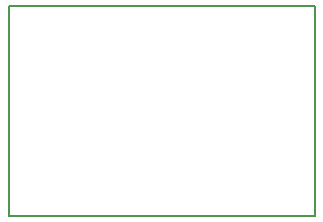
<source format=gm1>
G04 #@! TF.FileFunction,Profile,NP*
%FSLAX46Y46*%
G04 Gerber Fmt 4.6, Leading zero omitted, Abs format (unit mm)*
G04 Created by KiCad (PCBNEW 4.0.1-stable) date Monday, January 04, 2016 'pmt' 12:40:35 pm*
%MOMM*%
G01*
G04 APERTURE LIST*
%ADD10C,0.100000*%
%ADD11C,0.150000*%
G04 APERTURE END LIST*
D10*
D11*
X123444000Y-118110000D02*
X149352000Y-118110000D01*
X123444000Y-135890000D02*
X123444000Y-118110000D01*
X149352000Y-135890000D02*
X123444000Y-135890000D01*
X149352000Y-118110000D02*
X149352000Y-135890000D01*
M02*

</source>
